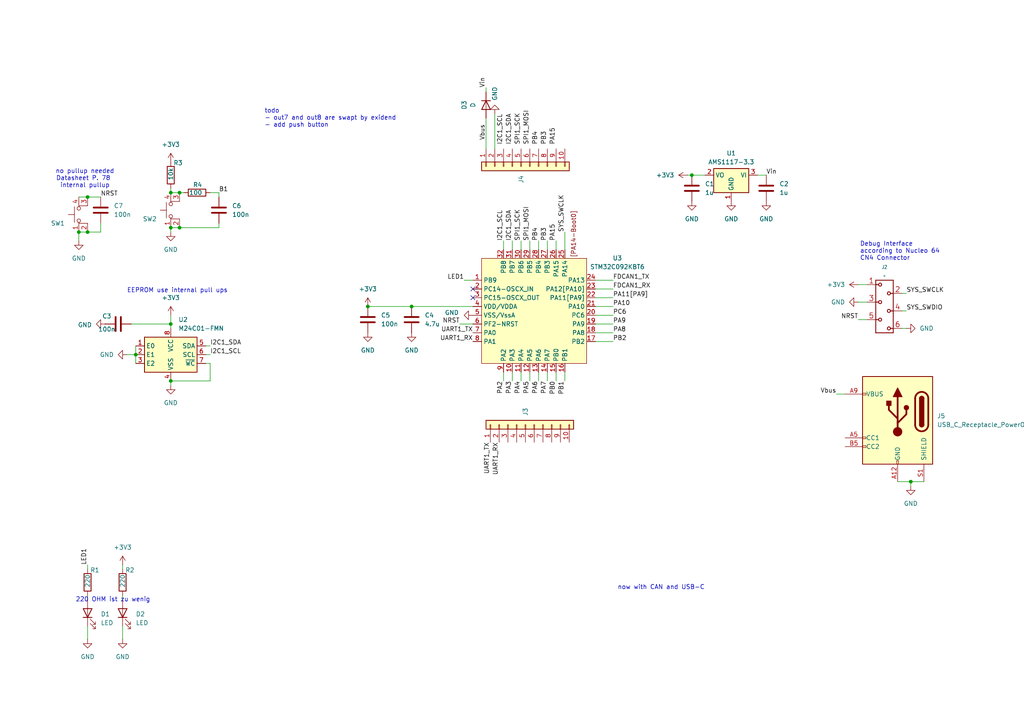
<source format=kicad_sch>
(kicad_sch (version 20250114) (generator "eeschema") (generator_version "9.0")
  (paper "A4")
  (title_block (title "LimbusZero") (date "2025-06-02") (rev "v.0.2") (company "Lukas Bartels"))
  (lib_symbols
    (symbol "Connector:USB_C_Receptacle_PowerOnly_6P" (pin_names (offset 1.016))
      (property "Reference" "J" (at 0 16.51 0))
      (property "Value" "USB_C_Receptacle_PowerOnly_6P" (at 0 13.97 0))
      (symbol "USB_C_Receptacle_PowerOnly_6P_0_0"
        (rectangle (start -0.254 -12.7) (end 0.254 -11.684))
        (rectangle (start 10.16 7.874) (end 9.144 7.366))
        (rectangle (start 10.16 -4.826) (end 9.144 -5.334))
        (rectangle (start 10.16 -7.366) (end 9.144 -7.874))
      )
      (symbol "USB_C_Receptacle_PowerOnly_6P_0_1"
        (rectangle (start -10.16 12.7) (end 10.16 -12.7) (stroke (width 0.254)) (fill (type background)))
        (polyline (pts (xy -8.89 -1.27) (xy -8.89 6.35)) (stroke (width 0.508)))
        (rectangle (start -7.62 -1.27) (end -6.35 6.35) (stroke (width 0.254)) (fill (type outline)))
        (arc (start -7.62 6.35) (mid -6.985 6.9823) (end -6.35 6.35) (stroke (width 0.254)))
        (arc (start -7.62 6.35) (mid -6.985 6.9823) (end -6.35 6.35) (stroke (width 0.254)) (fill (type outline)))
        (arc (start -8.89 6.35) (mid -6.985 8.2467) (end -5.08 6.35) (stroke (width 0.508)))
        (arc (start -5.08 -1.27) (mid -6.985 -3.1667) (end -8.89 -1.27) (stroke (width 0.508)))
        (arc (start -6.35 -1.27) (mid -6.985 -1.9023) (end -7.62 -1.27) (stroke (width 0.254)))
        (arc (start -6.35 -1.27) (mid -6.985 -1.9023) (end -7.62 -1.27) (stroke (width 0.254)) (fill (type outline)))
        (polyline (pts (xy -5.08 6.35) (xy -5.08 -1.27)) (stroke (width 0.508)))
        (circle (center -2.54 3.683) (radius 0.635) (stroke (width 0.254)) (fill (type outline)))
        (polyline (pts (xy -1.27 6.858) (xy 0 9.398) (xy 1.27 6.858) (xy -1.27 6.858)) (stroke (width 0.254)) (fill (type outline)))
        (polyline (pts (xy 0 0.508) (xy 2.54 3.048) (xy 2.54 4.318)) (stroke (width 0.508)))
        (polyline (pts (xy 0 -0.762) (xy -2.54 1.778) (xy -2.54 3.048)) (stroke (width 0.508)))
        (polyline (pts (xy 0 -3.302) (xy 0 6.858)) (stroke (width 0.508)))
        (circle (center 0 -3.302) (radius 1.27) (fill (type outline)))
        (rectangle (start 1.905 4.318) (end 3.175 5.588) (stroke (width 0.254)) (fill (type outline)))
      )
      (symbol "USB_C_Receptacle_PowerOnly_6P_1_1"
        (pin passive line (at -7.62 -17.78 90) (length 5.08) (name "SHIELD") (number "S1"))
        (pin passive line (at 0 -17.78 90) (length 5.08) (name "GND") (number "A12"))
        (pin passive line (at 0 -17.78 90) (length 5.08) (hide yes) (name "GND") (number "B12"))
        (pin passive line (at 15.24 7.62 180) (length 5.08) (name "VBUS") (number "A9"))
        (pin passive line (at 15.24 7.62 180) (length 5.08) (hide yes) (name "VBUS") (number "B9"))
        (pin bidirectional line (at 15.24 -5.08 180) (length 5.08) (name "CC1") (number "A5"))
        (pin bidirectional line (at 15.24 -7.62 180) (length 5.08) (name "CC2") (number "B5"))
      )
    )
    (symbol "Connector_Generic:Conn_01x10" (pin_names (offset 1.016) (hide yes))
      (property "Reference" "J" (at 0 12.7 0))
      (property "Value" "Conn_01x10" (at 0 -15.24 0))
      (symbol "Conn_01x10_1_1"
        (rectangle (start -1.27 11.43) (end 1.27 -13.97) (stroke (width 0.254)) (fill (type background)))
        (rectangle (start -1.27 10.287) (end 0 10.033) (stroke (width 0.1524)))
        (rectangle (start -1.27 7.747) (end 0 7.493) (stroke (width 0.1524)))
        (rectangle (start -1.27 5.207) (end 0 4.953) (stroke (width 0.1524)))
        (rectangle (start -1.27 2.667) (end 0 2.413) (stroke (width 0.1524)))
        (rectangle (start -1.27 0.127) (end 0 -0.127) (stroke (width 0.1524)))
        (rectangle (start -1.27 -2.413) (end 0 -2.667) (stroke (width 0.1524)))
        (rectangle (start -1.27 -4.953) (end 0 -5.207) (stroke (width 0.1524)))
        (rectangle (start -1.27 -7.493) (end 0 -7.747) (stroke (width 0.1524)))
        (rectangle (start -1.27 -10.033) (end 0 -10.287) (stroke (width 0.1524)))
        (rectangle (start -1.27 -12.573) (end 0 -12.827) (stroke (width 0.1524)))
        (pin passive line (at -5.08 10.16 0) (length 3.81) (name "Pin_1") (number "1"))
        (pin passive line (at -5.08 7.62 0) (length 3.81) (name "Pin_2") (number "2"))
        (pin passive line (at -5.08 5.08 0) (length 3.81) (name "Pin_3") (number "3"))
        (pin passive line (at -5.08 2.54 0) (length 3.81) (name "Pin_4") (number "4"))
        (pin passive line (at -5.08 0 0) (length 3.81) (name "Pin_5") (number "5"))
        (pin passive line (at -5.08 -2.54 0) (length 3.81) (name "Pin_6") (number "6"))
        (pin passive line (at -5.08 -5.08 0) (length 3.81) (name "Pin_7") (number "7"))
        (pin passive line (at -5.08 -7.62 0) (length 3.81) (name "Pin_8") (number "8"))
        (pin passive line (at -5.08 -10.16 0) (length 3.81) (name "Pin_9") (number "9"))
        (pin passive line (at -5.08 -12.7 0) (length 3.81) (name "Pin_10") (number "10"))
      )
    )
    (symbol "Device:C" (pin_numbers (hide yes)) (pin_names (offset 0.254))
      (property "Reference" "C" (at 0.635 2.54 0))
      (property "Value" "C" (at 0.635 -2.54 0))
      (symbol "C_0_1"
        (polyline (pts (xy -2.032 0.762) (xy 2.032 0.762)) (stroke (width 0.508)))
        (polyline (pts (xy -2.032 -0.762) (xy 2.032 -0.762)) (stroke (width 0.508)))
      )
      (symbol "C_1_1"
        (pin passive line (at 0 3.81 270) (length 2.794) (name "~") (number "1"))
        (pin passive line (at 0 -3.81 90) (length 2.794) (name "~") (number "2"))
      )
    )
    (symbol "Device:D" (pin_numbers (hide yes)) (pin_names (offset 1.016) (hide yes))
      (property "Reference" "D" (at 0 2.54 0))
      (property "Value" "D" (at 0 -2.54 0))
      (symbol "D_0_1"
        (polyline (pts (xy -1.27 1.27) (xy -1.27 -1.27)) (stroke (width 0.254)))
        (polyline (pts (xy 1.27 1.27) (xy 1.27 -1.27) (xy -1.27 0) (xy 1.27 1.27)) (stroke (width 0.254)))
        (polyline (pts (xy 1.27 0) (xy -1.27 0)))
      )
      (symbol "D_1_1"
        (pin passive line (at -3.81 0 0) (length 2.54) (name "K") (number "1"))
        (pin passive line (at 3.81 0 180) (length 2.54) (name "A") (number "2"))
      )
    )
    (symbol "Device:LED" (pin_numbers (hide yes)) (pin_names (offset 1.016) (hide yes))
      (property "Reference" "D" (at 0 2.54 0))
      (property "Value" "LED" (at 0 -2.54 0))
      (symbol "LED_0_1"
        (polyline (pts (xy -3.048 -0.762) (xy -4.572 -2.286) (xy -3.81 -2.286) (xy -4.572 -2.286) (xy -4.572 -1.524)))
        (polyline (pts (xy -1.778 -0.762) (xy -3.302 -2.286) (xy -2.54 -2.286) (xy -3.302 -2.286) (xy -3.302 -1.524)))
        (polyline (pts (xy -1.27 0) (xy 1.27 0)))
        (polyline (pts (xy -1.27 -1.27) (xy -1.27 1.27)) (stroke (width 0.254)))
        (polyline (pts (xy 1.27 -1.27) (xy 1.27 1.27) (xy -1.27 0) (xy 1.27 -1.27)) (stroke (width 0.254)))
      )
      (symbol "LED_1_1"
        (pin passive line (at -3.81 0 0) (length 2.54) (name "K") (number "1"))
        (pin passive line (at 3.81 0 180) (length 2.54) (name "A") (number "2"))
      )
    )
    (symbol "Device:R" (pin_numbers (hide yes)) (pin_names (offset 0))
      (property "Reference" "R" (at 2.032 0 90))
      (property "Value" "R" (at 0 0 90))
      (symbol "R_0_1"
        (rectangle (start -1.016 -2.54) (end 1.016 2.54) (stroke (width 0.254)))
      )
      (symbol "R_1_1"
        (pin passive line (at 0 3.81 270) (length 1.27) (name "~") (number "1"))
        (pin passive line (at 0 -3.81 90) (length 1.27) (name "~") (number "2"))
      )
    )
    (symbol "LWMB_footprints:STM32C092KBT6"
      (property "Reference" "U" (at -7.62 6.604 0))
      (property "Value" "STM32C092KBT6" (at -1.27 8.636 0))
      (symbol "STM32C092KBT6_1_1"
        (rectangle (start 2.54 6.35) (end 33.02 -24.13) (fill (type background)))
        (text "[PA14-Boot0]" (at 29.21 13.462 900) (effects (font (size 1.27 1.27))))
        (pin bidirectional line (at 0 0 0) (length 2.54) (name "PB9") (number "1"))
        (pin bidirectional line (at 0 -2.54 0) (length 2.54) (name "PC14-OSCX_IN") (number "2"))
        (pin bidirectional line (at 0 -5.08 0) (length 2.54) (name "PC15-OSCX_OUT") (number "3"))
        (pin power_in line (at 0 -7.62 0) (length 2.54) (name "VDD/VDDA") (number "4"))
        (pin power_in line (at 0 -10.16 0) (length 2.54) (name "VSS/VssA") (number "5"))
        (pin bidirectional line (at 0 -12.7 0) (length 2.54) (name "PF2-NRST") (number "6"))
        (pin bidirectional line (at 0 -15.24 0) (length 2.54) (name "PA0") (number "7"))
        (pin bidirectional line (at 0 -17.78 0) (length 2.54) (name "PA1") (number "8"))
        (pin bidirectional line (at 8.89 8.89 270) (length 2.54) (name "PB8") (number "32"))
        (pin bidirectional line (at 8.89 -26.67 90) (length 2.54) (name "PA2") (number "9"))
        (pin bidirectional line (at 11.43 8.89 270) (length 2.54) (name "PB7") (number "31"))
        (pin bidirectional line (at 11.43 -26.67 90) (length 2.54) (name "PA3") (number "10"))
        (pin bidirectional line (at 13.97 8.89 270) (length 2.54) (name "PB6") (number "30"))
        (pin bidirectional line (at 13.97 -26.67 90) (length 2.54) (name "PA4") (number "11"))
        (pin bidirectional line (at 16.51 8.89 270) (length 2.54) (name "PB5") (number "29"))
        (pin bidirectional line (at 16.51 -26.67 90) (length 2.54) (name "PA5") (number "12"))
        (pin bidirectional line (at 19.05 8.89 270) (length 2.54) (name "PB4") (number "28"))
        (pin bidirectional line (at 19.05 -26.67 90) (length 2.54) (name "PA6") (number "13"))
        (pin bidirectional line (at 21.59 8.89 270) (length 2.54) (name "PB3") (number "27"))
        (pin bidirectional line (at 21.59 -26.67 90) (length 2.54) (name "PA7") (number "14"))
        (pin bidirectional line (at 24.13 8.89 270) (length 2.54) (name "PA15") (number "26"))
        (pin bidirectional line (at 24.13 -26.67 90) (length 2.54) (name "PB0") (number "15"))
        (pin bidirectional line (at 26.67 8.89 270) (length 2.54) (name "PA14") (number "25"))
        (pin bidirectional line (at 26.67 -26.67 90) (length 2.54) (name "PB1") (number "16"))
        (pin bidirectional line (at 35.56 0 180) (length 2.54) (name "PA13") (number "24"))
        (pin bidirectional line (at 35.56 -2.54 180) (length 2.54) (name "PA12[PA10]") (number "23"))
        (pin bidirectional line (at 35.56 -5.08 180) (length 2.54) (name "PA11[PA9]") (number "22"))
        (pin bidirectional line (at 35.56 -7.62 180) (length 2.54) (name "PA10") (number "21"))
        (pin bidirectional line (at 35.56 -10.16 180) (length 2.54) (name "PC6") (number "20"))
        (pin bidirectional line (at 35.56 -12.7 180) (length 2.54) (name "PA9") (number "19"))
        (pin bidirectional line (at 35.56 -15.24 180) (length 2.54) (name "PA8") (number "18"))
        (pin bidirectional line (at 35.56 -17.78 180) (length 2.54) (name "PB2") (number "17"))
      )
    )
    (symbol "Memory_EEPROM:M24C01-FMN"
      (property "Reference" "U" (at -6.35 6.35 0))
      (property "Value" "M24C01-FMN" (at 7.62 6.35 0))
      (symbol "M24C01-FMN_0_1"
        (rectangle (start -7.62 5.08) (end 7.62 -5.08) (stroke (width 0.254)) (fill (type background)))
      )
      (symbol "M24C01-FMN_1_1"
        (pin input line (at -10.16 2.54 0) (length 2.54) (name "E0") (number "1"))
        (pin input line (at -10.16 0 0) (length 2.54) (name "E1") (number "2"))
        (pin input line (at -10.16 -2.54 0) (length 2.54) (name "E2") (number "3"))
        (pin power_in line (at 0 7.62 270) (length 2.54) (name "VCC") (number "8"))
        (pin power_in line (at 0 -7.62 90) (length 2.54) (name "VSS") (number "4"))
        (pin bidirectional line (at 10.16 2.54 180) (length 2.54) (name "SDA") (number "5"))
        (pin input line (at 10.16 0 180) (length 2.54) (name "SCL") (number "6"))
        (pin input line (at 10.16 -2.54 180) (length 2.54) (name "~{WC}") (number "7"))
      )
    )
    (symbol "Regulator_Linear:AMS1117-3.3"
      (property "Reference" "U" (at -3.81 3.175 0))
      (property "Value" "AMS1117-3.3" (at 0 3.175 0))
      (symbol "AMS1117-3.3_0_1"
        (rectangle (start -5.08 -5.08) (end 5.08 1.905) (stroke (width 0.254)) (fill (type background)))
      )
      (symbol "AMS1117-3.3_1_1"
        (pin power_in line (at -7.62 0 0) (length 2.54) (name "VI") (number "3"))
        (pin power_in line (at 0 -7.62 90) (length 2.54) (name "GND") (number "1"))
        (pin power_out line (at 7.62 0 180) (length 2.54) (name "VO") (number "2"))
      )
    )
    (symbol "Switch:SW_MEC_5E" (pin_names (offset 1.016) (hide yes))
      (property "Reference" "SW" (at 0.635 5.715 0))
      (property "Value" "SW_MEC_5E" (at 0 -3.175 0))
      (symbol "SW_MEC_5E_0_1"
        (polyline (pts (xy -2.54 0) (xy -2.54 2.54) (xy -2.286 2.54)))
        (polyline (pts (xy -2.286 3.81) (xy 2.286 3.81)))
        (circle (center -1.778 2.54) (radius 0.508))
        (polyline (pts (xy 0 3.81) (xy 0 5.588)))
        (circle (center 1.778 2.54) (radius 0.508))
        (polyline (pts (xy 2.54 0) (xy 2.54 2.54) (xy 2.286 2.54)))
        (pin passive line (at -5.08 2.54 0) (length 2.54) (name "1") (number "1"))
        (pin passive line (at -5.08 0 0) (length 2.54) (name "2") (number "2"))
        (pin passive line (at 5.08 2.54 180) (length 2.54) (name "A") (number "4"))
        (pin passive line (at 5.08 0 180) (length 2.54) (name "K") (number "3"))
      )
    )
    (symbol "WE-SKEDD_WR-WST(rev19b):490107670612_DEBUGGING"
      (property "Reference" "J" (at 7.31 0.85 0))
      (symbol "490107670612_DEBUGGING_1_0"
        (polyline (pts (xy -8.89 2.54) (xy -8.89 -2.54)) (stroke (width 0.254)))
        (polyline (pts (xy -8.89 -2.54) (xy 2.54 -2.54)) (stroke (width 0.254)))
        (circle (center -7.62 -1.27) (radius 0.4445) (stroke (width 0.254)))
        (polyline (pts (xy -7.62 -1.705) (xy -7.62 -2.54)) (stroke (width 0.254)))
        (polyline (pts (xy -5.08 1.705) (xy -5.08 2.54)) (stroke (width 0.254)))
        (circle (center -5.08 1.27) (radius 0.4445) (stroke (width 0.254)))
        (circle (center -2.54 -1.27) (radius 0.4445) (stroke (width 0.254)))
        (polyline (pts (xy -2.54 -1.705) (xy -2.54 -2.54)) (stroke (width 0.254)))
        (polyline (pts (xy 0 1.705) (xy 0 2.54)) (stroke (width 0.254)))
        (circle (center 0 1.27) (radius 0.4445) (stroke (width 0.254)))
        (circle (center 2.54 -1.27) (radius 0.4445) (stroke (width 0.254)))
        (polyline (pts (xy 2.54 -1.705) (xy 2.54 -2.54)) (stroke (width 0.254)))
        (polyline (pts (xy 2.54 -2.54) (xy 6.35 -2.54)) (stroke (width 0.254)))
        (polyline (pts (xy 5.08 2.54) (xy -8.89 2.54)) (stroke (width 0.254)))
        (polyline (pts (xy 5.08 1.705) (xy 5.08 2.54)) (stroke (width 0.254)))
        (circle (center 5.08 1.27) (radius 0.4445) (stroke (width 0.254)))
        (polyline (pts (xy 6.35 2.54) (xy 5.08 2.54)) (stroke (width 0.254)))
        (polyline (pts (xy 6.35 -2.54) (xy 6.35 2.54)) (stroke (width 0.254)))
        (pin passive line (at -7.62 -5.08 90) (length 2.54) (name "6") (number "6"))
        (pin passive line (at -5.08 5.08 270) (length 2.54) (name "5") (number "5"))
        (pin passive line (at -2.54 -5.08 90) (length 2.54) (name "4") (number "4"))
        (pin passive line (at 0 5.08 270) (length 2.54) (name "3") (number "3"))
        (pin passive line (at 2.54 -5.08 90) (length 2.54) (name "2") (number "2"))
        (pin passive line (at 5.08 5.08 270) (length 2.54) (name "1") (number "1"))
      )
    )
    (symbol "power:+3V3" (power) (pin_numbers (hide yes)) (pin_names (offset 0) (hide yes))
      (property "Value" "+3V3" (at 0 3.556 0))
      (symbol "+3V3_0_1"
        (polyline (pts (xy -0.762 1.27) (xy 0 2.54)))
        (polyline (pts (xy 0 2.54) (xy 0.762 1.27)))
        (polyline (pts (xy 0 0) (xy 0 2.54)))
      )
      (symbol "+3V3_1_1"
        (pin power_in line (at 0 0 90) (length 0) (name "~") (number "1"))
      )
    )
    (symbol "power:GND" (power) (pin_numbers (hide yes)) (pin_names (offset 0) (hide yes))
      (property "Value" "GND" (at 0 -3.81 0))
      (symbol "GND_0_1"
        (polyline (pts (xy 0 0) (xy 0 -1.27) (xy 1.27 -1.27) (xy 0 -2.54) (xy -1.27 -1.27) (xy 0 -1.27)))
      )
      (symbol "GND_1_1"
        (pin power_in line (at 0 0 270) (length 0) (name "~") (number "1"))
      )
    )
  )
  (text "no pullup needed\nDatasheet P. 78 \ninternal pullup" (at 24.638 51.816 0) (effects (font (size 1.27 1.27))))
  (text "now with CAN and USB-C" (at 191.77 170.434 0) (effects (font (size 1.27 1.27))))
  (text "EEPROM use internal pull ups" (at 36.83 84.328 0) (effects (font (size 1.27 1.27)) (justify left)))
  (text "220 OHM ist zu wenig" (at 32.766 173.99 0) (effects (font (size 1.27 1.27))))
  (text "Debug Interface\naccording to Nucleo 64\nCN4 Connector" (at 249.428 72.898 0) (effects (font (size 1.27 1.27)) (justify left)))
  (text "todo\n- out7 and out8 are swapt by exidend\n- add push button" (at 76.708 34.29 0) (effects (font (size 1.27 1.27)) (justify left)))
  (junction (at 49.53 66.04))
  (junction (at 49.53 55.88))
  (junction (at 25.4 67.31))
  (junction (at 200.66 50.8))
  (junction (at 106.68 88.9))
  (junction (at 39.37 102.87))
  (junction (at 119.38 88.9))
  (junction (at 264.16 139.7))
  (junction (at 49.53 93.98))
  (junction (at 49.53 110.49))
  (junction (at 52.07 66.04))
  (junction (at 52.07 55.88))
  (junction (at 25.4 57.15))
  (junction (at 22.86 67.31))
  (no_connect (at 137.16 86.36))
  (no_connect (at 137.16 83.82))
  (wire (pts (xy 248.92 92.71) (xy 251.46 92.71)))
  (wire (pts (xy 177.8 93.98) (xy 172.72 93.98)))
  (wire (pts (xy 49.53 55.88) (xy 52.07 55.88)))
  (wire (pts (xy 262.89 85.09) (xy 261.62 85.09)))
  (wire (pts (xy 63.5 55.88) (xy 60.96 55.88)))
  (wire (pts (xy 148.59 110.49) (xy 148.59 107.95)))
  (wire (pts (xy 49.53 54.61) (xy 49.53 55.88)))
  (wire (pts (xy 260.35 139.7) (xy 264.16 139.7)))
  (wire (pts (xy 161.29 69.85) (xy 161.29 72.39)))
  (wire (pts (xy 151.13 110.49) (xy 151.13 107.95)))
  (wire (pts (xy 156.21 69.85) (xy 156.21 72.39)))
  (wire (pts (xy 49.53 66.04) (xy 52.07 66.04)))
  (wire (pts (xy 60.96 105.41) (xy 59.69 105.41)))
  (wire (pts (xy 264.16 139.7) (xy 264.16 140.97)))
  (wire (pts (xy 25.4 172.72) (xy 25.4 173.99)))
  (wire (pts (xy 219.71 50.8) (xy 222.25 50.8)))
  (wire (pts (xy 177.8 96.52) (xy 172.72 96.52)))
  (wire (pts (xy 200.66 50.8) (xy 204.47 50.8)))
  (wire (pts (xy 262.89 95.25) (xy 261.62 95.25)))
  (wire (pts (xy 140.97 25.4) (xy 140.97 26.67)))
  (wire (pts (xy 158.75 69.85) (xy 158.75 72.39)))
  (wire (pts (xy 134.62 81.28) (xy 137.16 81.28)))
  (wire (pts (xy 39.37 100.33) (xy 39.37 102.87)))
  (wire (pts (xy 156.21 110.49) (xy 156.21 107.95)))
  (wire (pts (xy 140.97 43.18) (xy 140.97 34.29)))
  (wire (pts (xy 177.8 83.82) (xy 172.72 83.82)))
  (wire (pts (xy 35.56 163.83) (xy 35.56 165.1)))
  (wire (pts (xy 199.39 50.8) (xy 200.66 50.8)))
  (wire (pts (xy 60.96 110.49) (xy 49.53 110.49)))
  (wire (pts (xy 49.53 93.98) (xy 49.53 95.25)))
  (wire (pts (xy 60.96 105.41) (xy 60.96 110.49)))
  (wire (pts (xy 177.8 91.44) (xy 172.72 91.44)))
  (wire (pts (xy 151.13 69.85) (xy 151.13 72.39)))
  (wire (pts (xy 153.67 69.85) (xy 153.67 72.39)))
  (wire (pts (xy 161.29 110.49) (xy 161.29 107.95)))
  (wire (pts (xy 248.92 87.63) (xy 251.46 87.63)))
  (wire (pts (xy 25.4 57.15) (xy 29.21 57.15)))
  (wire (pts (xy 242.57 114.3) (xy 245.11 114.3)))
  (wire (pts (xy 22.86 57.15) (xy 25.4 57.15)))
  (wire (pts (xy 35.56 172.72) (xy 35.56 173.99)))
  (wire (pts (xy 35.56 181.61) (xy 35.56 185.42)))
  (wire (pts (xy 60.96 100.33) (xy 59.69 100.33)))
  (wire (pts (xy 119.38 88.9) (xy 137.16 88.9)))
  (wire (pts (xy 163.83 67.31) (xy 163.83 72.39)))
  (wire (pts (xy 133.35 93.98) (xy 137.16 93.98)))
  (wire (pts (xy 163.83 110.49) (xy 163.83 107.95)))
  (wire (pts (xy 248.92 82.55) (xy 251.46 82.55)))
  (wire (pts (xy 146.05 69.85) (xy 146.05 72.39)))
  (wire (pts (xy 38.1 93.98) (xy 49.53 93.98)))
  (wire (pts (xy 153.67 110.49) (xy 153.67 107.95)))
  (wire (pts (xy 158.75 110.49) (xy 158.75 107.95)))
  (wire (pts (xy 262.89 90.17) (xy 261.62 90.17)))
  (wire (pts (xy 49.53 111.76) (xy 49.53 110.49)))
  (wire (pts (xy 52.07 66.04) (xy 63.5 66.04)))
  (wire (pts (xy 177.8 99.06) (xy 172.72 99.06)))
  (wire (pts (xy 106.68 88.9) (xy 119.38 88.9)))
  (wire (pts (xy 60.96 102.87) (xy 59.69 102.87)))
  (wire (pts (xy 146.05 110.49) (xy 146.05 107.95)))
  (wire (pts (xy 22.86 67.31) (xy 25.4 67.31)))
  (wire (pts (xy 25.4 67.31) (xy 29.21 67.31)))
  (wire (pts (xy 63.5 66.04) (xy 63.5 64.77)))
  (wire (pts (xy 29.21 67.31) (xy 29.21 64.77)))
  (wire (pts (xy 25.4 163.83) (xy 25.4 165.1)))
  (wire (pts (xy 25.4 181.61) (xy 25.4 185.42)))
  (wire (pts (xy 53.34 55.88) (xy 52.07 55.88)))
  (wire (pts (xy 63.5 57.15) (xy 63.5 55.88)))
  (wire (pts (xy 177.8 86.36) (xy 172.72 86.36)))
  (wire (pts (xy 49.53 91.44) (xy 49.53 93.98)))
  (wire (pts (xy 143.51 43.18) (xy 143.51 33.02)))
  (wire (pts (xy 148.59 69.85) (xy 148.59 72.39)))
  (wire (pts (xy 177.8 88.9) (xy 172.72 88.9)))
  (wire (pts (xy 22.86 67.31) (xy 22.86 69.85)))
  (wire (pts (xy 264.16 139.7) (xy 267.97 139.7)))
  (wire (pts (xy 49.53 67.31) (xy 49.53 66.04)))
  (wire (pts (xy 36.83 102.87) (xy 39.37 102.87)))
  (wire (pts (xy 177.8 81.28) (xy 172.72 81.28)))
  (wire (pts (xy 39.37 102.87) (xy 39.37 105.41)))
  (label "PA8" (at 177.8 96.52 0))
  (label "FDCAN1_RX" (at 177.8 83.82 0))
  (label "PA6" (at 156.21 110.49 270))
  (label "PB4" (at 156.21 41.91 90))
  (label "PB3" (at 158.75 41.91 90))
  (label "Vbus" (at 140.97 40.64 90))
  (label "I2C1_SCL" (at 60.96 102.87 0))
  (label "PA11[PA9]" (at 177.8 86.36 0))
  (label "PA15" (at 161.29 69.85 90))
  (label "I2C1_SCL" (at 146.05 41.91 90))
  (label "NRST" (at 133.35 93.98 180))
  (label "LED1" (at 25.4 163.83 90))
  (label "SPI1_MOSI" (at 153.67 69.85 90))
  (label "PA4" (at 151.13 110.49 270))
  (label "UART1_RX" (at 137.16 99.06 180))
  (label "I2C1_SDA" (at 60.96 100.33 0))
  (label "NRST" (at 248.92 92.71 180))
  (label "I2C1_SDA" (at 148.59 41.91 90))
  (label "SPI1_SCK" (at 151.13 41.91 90))
  (label "PA3" (at 148.59 110.49 270))
  (label "SPI1_MOSI" (at 153.67 41.91 90))
  (label "B1" (at 63.5 55.88 0))
  (label "I2C1_SDA" (at 148.59 69.85 90))
  (label "PB2" (at 177.8 99.06 0))
  (label "PB3" (at 158.75 69.85 90))
  (label "Vin" (at 140.97 25.4 90))
  (label "PA5" (at 153.67 110.49 270))
  (label "SYS_SWCLK" (at 262.89 85.09 0))
  (label "PA2" (at 146.05 110.49 270))
  (label "LED1" (at 134.62 81.28 180))
  (label "NRST" (at 29.21 57.15 0))
  (label "SYS_SWCLK" (at 163.83 67.31 90))
  (label "PA15" (at 161.29 41.91 90))
  (label "FDCAN1_TX" (at 177.8 81.28 0))
  (label "PB0" (at 161.29 110.49 270))
  (label "UART1_TX" (at 137.16 96.52 180))
  (label "PA7" (at 158.75 110.49 270))
  (label "PB4" (at 156.21 69.85 90))
  (label "PA9" (at 177.8 93.98 0))
  (label "PB1" (at 163.83 110.49 270))
  (label "Vbus" (at 242.57 114.3 180))
  (label "Vin" (at 222.25 50.8 0))
  (label "PA10" (at 177.8 88.9 0))
  (label "I2C1_SCL" (at 146.05 69.85 90))
  (label "SYS_SWDIO" (at 262.89 90.17 0))
  (label "SPI1_SCK" (at 151.13 69.85 90))
  (label "UART1_RX" (at 144.78 128.27 270))
  (label "PC6" (at 177.8 91.44 0))
  (label "UART1_TX" (at 142.24 128.27 270))
  (symbol (lib_id "Memory_EEPROM:M24C01-FMN") (at 49.53 102.87 0) (unit 1)
    (property "Reference" "U2" (at 51.7241 92.71 0) (effects (justify left)))
    (property "Value" "M24C01-FMN" (at 51.7241 95.25 0) (effects (justify left)))
    (property "Footprint" "Package_SO:SOIC-8_3.9x4.9mm_P1.27mm" (effects (hide yes)))
    (property "Datasheet" "http://www.st.com/content/ccc/resource/technical/document/datasheet/b0/d8/50/40/5a/85/49/6f/DM00071904.pdf/files/DM00071904.pdf/jcr:content/translations/en.DM00071904.pdf" (effects (hide yes)))
    (property "Description" "1Kb (128x8) I2C Serial EEPROM, 1.6-5.5V, SOIC-8" (effects (hide yes)))
  )
  (symbol (lib_id "power:GND") (at 212.09 58.42 0) (unit 1)
    (property "Reference" "#PWR06" (effects (hide yes)))
    (property "Value" "GND" (at 212.09 63.5 0))
    (property "Description" "Power symbol creates a global label with name \"GND\" , ground" (effects (hide yes)))
  )
  (symbol (lib_id "LWMB_footprints:STM32C092KBT6") (at 137.16 81.28 0) (unit 1)
    (property "Reference" "U3" (at 179.07 74.8598 0))
    (property "Value" "STM32C092KBT6" (at 179.07 77.3998 0))
    (property "Footprint" "Package_QFP:LQFP-32_7x7mm_P0.8mm" (effects (hide yes)))
    (property "Description" "STM32 ARM Cortex-M0 Microcontroller, 32KB flash, 12KB RAM, 48MHz, 2.0-3.6V, LQFP32" (effects (hide yes)))
  )
  (symbol (lib_id "power:GND") (at 25.4 185.42 0) (unit 1)
    (property "Reference" "#PWR012" (effects (hide yes)))
    (property "Value" "GND" (at 25.4 190.5 0))
    (property "Description" "Power symbol creates a global label with name \"GND\" , ground" (effects (hide yes)))
  )
  (symbol (lib_id "power:GND") (at 200.66 58.42 0) (unit 1)
    (property "Reference" "#PWR05" (effects (hide yes)))
    (property "Value" "GND" (at 200.66 63.5 0))
    (property "Description" "Power symbol creates a global label with name \"GND\" , ground" (effects (hide yes)))
  )
  (symbol (lib_id "power:+3V3") (at 106.68 88.9 0) (unit 1)
    (property "Reference" "#PWR017" (effects (hide yes)))
    (property "Value" "+3V3" (at 106.68 83.82 0))
    (property "Description" "Power symbol creates a global label with name \"+3V3\"" (effects (hide yes)))
  )
  (symbol (lib_id "power:GND") (at 248.92 87.63 270) (unit 1)
    (property "Reference" "#PWR02" (effects (hide yes)))
    (property "Value" "GND" (at 245.11 87.6299 90) (effects (justify right)))
    (property "Description" "Power symbol creates a global label with name \"GND\" , ground" (effects (hide yes)))
  )
  (symbol (lib_id "Device:C") (at 106.68 92.71 0) (unit 1)
    (property "Reference" "C5" (at 110.49 91.4399 0) (effects (justify left)))
    (property "Value" "100n" (at 110.49 93.9799 0) (effects (justify left)))
    (property "Footprint" "Capacitor_SMD:C_1206_3216Metric" (effects (hide yes)))
    (property "Description" "Unpolarized capacitor" (effects (hide yes)))
  )
  (symbol (lib_id "Device:R") (at 35.56 168.91 180) (unit 1)
    (property "Reference" "R2" (at 36.322 165.354 0) (effects (justify right)))
    (property "Value" "220" (at 35.56 170.434 90) (effects (justify right)))
    (property "Footprint" "Resistor_SMD:R_1206_3216Metric" (effects (hide yes)))
    (property "Description" "Resistor" (effects (hide yes)))
  )
  (symbol (lib_id "power:GND") (at 119.38 96.52 0) (unit 1)
    (property "Reference" "#PWR015" (effects (hide yes)))
    (property "Value" "GND" (at 119.38 101.6 0))
    (property "Description" "Power symbol creates a global label with name \"GND\" , ground" (effects (hide yes)))
  )
  (symbol (lib_id "Switch:SW_MEC_5E") (at 25.4 62.23 90) (unit 1)
    (property "Reference" "SW1" (at 14.732 64.77 90) (effects (justify right)))
    (property "Value" "SW_MEC_5E" (effects (hide yes)))
    (property "Footprint" "LMWB_footprints:430181038816" (effects (hide yes)))
    (property "Datasheet" "http://www.apem.com/int/index.php?controller=attachment&id_attachment=1371" (effects (hide yes)))
    (property "Description" "MEC 5E single pole normally-open tactile switch" (effects (hide yes)))
  )
  (symbol (lib_id "power:GND") (at 222.25 58.42 0) (unit 1)
    (property "Reference" "#PWR07" (effects (hide yes)))
    (property "Value" "GND" (at 222.25 63.5 0))
    (property "Description" "Power symbol creates a global label with name \"GND\" , ground" (effects (hide yes)))
  )
  (symbol (lib_id "Device:R") (at 25.4 168.91 180) (unit 1)
    (property "Reference" "R1" (at 26.162 165.354 0) (effects (justify right)))
    (property "Value" "220" (at 25.4 170.434 90) (effects (justify right)))
    (property "Footprint" "Resistor_SMD:R_1206_3216Metric" (effects (hide yes)))
    (property "Description" "Resistor" (effects (hide yes)))
  )
  (symbol (lib_id "power:GND") (at 49.53 67.31 0) (unit 1)
    (property "Reference" "#PWR023" (effects (hide yes)))
    (property "Value" "GND" (at 49.53 72.39 0))
    (property "Description" "Power symbol creates a global label with name \"GND\" , ground" (effects (hide yes)))
  )
  (symbol (lib_id "Regulator_Linear:AMS1117-3.3") (at 212.09 50.8 0) (mirror y) (unit 1)
    (property "Reference" "U1" (at 212.09 44.45 0))
    (property "Value" "AMS1117-3.3" (at 212.09 46.99 0))
    (property "Footprint" "Package_TO_SOT_SMD:SOT-223-3_TabPin2" (effects (hide yes)))
    (property "Datasheet" "http://www.advanced-monolithic.com/pdf/ds1117.pdf" (effects (hide yes)))
    (property "Description" "1A Low Dropout regulator, positive, 3.3V fixed output, SOT-223" (effects (hide yes)))
  )
  (symbol (lib_id "Device:R") (at 49.53 50.8 180) (unit 1)
    (property "Reference" "R3" (at 50.292 47.244 0) (effects (justify right)))
    (property "Value" "10k" (at 49.53 52.324 90) (effects (justify right)))
    (property "Footprint" "Resistor_SMD:R_0805_2012Metric" (effects (hide yes)))
    (property "Description" "Resistor" (effects (hide yes)))
  )
  (symbol (lib_id "power:+3V3") (at 248.92 82.55 90) (unit 1)
    (property "Reference" "#PWR01" (effects (hide yes)))
    (property "Value" "+3V3" (at 245.11 82.5499 90) (effects (justify left)))
    (property "Description" "Power symbol creates a global label with name \"+3V3\"" (effects (hide yes)))
  )
  (symbol (lib_id "Device:R") (at 57.15 55.88 270) (unit 1)
    (property "Reference" "R4" (at 58.674 53.594 90) (effects (justify right)))
    (property "Value" "100" (at 58.674 55.88 90) (effects (justify right)))
    (property "Footprint" "Resistor_SMD:R_0805_2012Metric" (effects (hide yes)))
    (property "Description" "Resistor" (effects (hide yes)))
  )
  (symbol (lib_id "power:GND") (at 143.51 33.02 180) (unit 1)
    (property "Reference" "#PWR018" (effects (hide yes)))
    (property "Value" "GND" (at 143.5099 29.21 90) (effects (justify right)))
    (property "Description" "Power symbol creates a global label with name \"GND\" , ground" (effects (hide yes)))
  )
  (symbol (lib_id "Device:C") (at 222.25 54.61 0) (unit 1)
    (property "Reference" "C2" (at 226.06 53.3399 0) (effects (justify left)))
    (property "Value" "1u" (at 226.06 55.8799 0) (effects (justify left)))
    (property "Footprint" "Capacitor_SMD:C_1206_3216Metric" (effects (hide yes)))
    (property "Description" "Unpolarized capacitor" (effects (hide yes)))
  )
  (symbol (lib_id "Device:D") (at 140.97 30.48 270) (unit 1)
    (property "Reference" "D3" (at 134.62 30.48 0))
    (property "Value" "D" (at 137.16 30.48 0))
    (property "Footprint" "Diode_SMD:D_1206_3216Metric" (effects (hide yes)))
    (property "Description" "Diode" (effects (hide yes)))
    (property "Sim.Device" "D" (effects (hide yes)))
    (property "Sim.Pins" "1=K 2=A" (effects (hide yes)))
  )
  (symbol (lib_id "WE-SKEDD_WR-WST(rev19b):490107670612_DEBUGGING") (at 256.54 87.63 90) (unit 1)
    (property "Reference" "J2" (at 256.54 77.47 90) (effects (font (size 1.016 0.8636))))
    (property "Value" "~" (at 256.54 80.01 90) (effects (font (size 1.016 0.8636))))
    (property "Footprint" "Eagle_WR-WST (rev19b):490107670612_DEBUGGING" (effects (hide yes)))
    (property "Description" "WR-WST REDFIT IDC SKEDD\n\nOnly use for debugging or programming application.\nFor mechanical stressed application please use the PCB layout for permanent application\n\nPACKAGING PROPERTIES\n\nPackaging  Tube\n\nELECTRICAL PROPERTIES\n\nIR1  1 A\nRISO 1000 MΩ\nWithstanding Voltage  500 V (AC)\nContact Resistance  10 mΩ\n\nPROPERTIES\n\nInsulator Material   LCP\nInsulator Flammability Rating UL94 V-0\nInsulator Color  Black\nContact Material  CuNiSi\nContact Plating  Au (SKEDD), Sn (IDC)\nPitch  2.54 mm\nCable  AWG 28/1.27 mm ribbon cable\nOperating Temperature  -25 up to +105 °C\nCompliance  Lead free / RoHS\n\nhttps://katalog.we-online.com/media/images/v2/o104848v209%20Single_WR-WST_REDFIT.jpg\n\nDetails see: https://katalog.we-online.com/en/em/REDFIT_IDC_SKEDD https://katalog.we-online.com/en/em/REDFIT_IDC_SKEDD\n\nUpdated By Ella Wu  2019-05-21\n2019 (C) Wurth Elektronik" (effects (hide yes)))
  )
  (symbol (lib_id "Connector_Generic:Conn_01x10") (at 152.4 123.19 90) (unit 1)
    (property "Reference" "J3" (at 152.3999 120.65 0) (effects (justify left)))
    (property "Value" "Conn_01x10" (effects (hide yes)))
    (property "Footprint" "Connector_PinHeader_2.54mm:PinHeader_1x10_P2.54mm_Vertical" (effects (hide yes)))
    (property "Description" "Generic connector, single row, 01x10, script generated (kicad-library-utils/schlib/autogen/connector/)" (effects (hide yes)))
  )
  (symbol (lib_id "power:+3V3") (at 49.53 91.44 0) (unit 1)
    (property "Reference" "#PWR08" (effects (hide yes)))
    (property "Value" "+3V3" (at 49.53 86.36 0))
    (property "Description" "Power symbol creates a global label with name \"+3V3\"" (effects (hide yes)))
  )
  (symbol (lib_id "Device:C") (at 200.66 54.61 0) (unit 1)
    (property "Reference" "C1" (at 204.47 53.3399 0) (effects (justify left)))
    (property "Value" "1u" (at 204.47 55.8799 0) (effects (justify left)))
    (property "Footprint" "Capacitor_SMD:C_1206_3216Metric" (effects (hide yes)))
    (property "Description" "Unpolarized capacitor" (effects (hide yes)))
  )
  (symbol (lib_id "Device:C") (at 29.21 60.96 0) (unit 1)
    (property "Reference" "C7" (at 33.02 59.6899 0) (effects (justify left)))
    (property "Value" "100n" (at 33.02 62.2299 0) (effects (justify left)))
    (property "Footprint" "Capacitor_SMD:C_0805_2012Metric" (effects (hide yes)))
    (property "Description" "Unpolarized capacitor" (effects (hide yes)))
  )
  (symbol (lib_id "power:GND") (at 22.86 69.85 0) (unit 1)
    (property "Reference" "#PWR024" (effects (hide yes)))
    (property "Value" "GND" (at 22.86 74.93 0))
    (property "Description" "Power symbol creates a global label with name \"GND\" , ground" (effects (hide yes)))
  )
  (symbol (lib_id "Device:C") (at 119.38 92.71 0) (unit 1)
    (property "Reference" "C4" (at 123.19 91.4399 0) (effects (justify left)))
    (property "Value" "4.7u" (at 123.19 93.9799 0) (effects (justify left)))
    (property "Footprint" "Capacitor_SMD:C_1206_3216Metric" (effects (hide yes)))
    (property "Description" "Unpolarized capacitor" (effects (hide yes)))
  )
  (symbol (lib_id "power:+3V3") (at 35.56 163.83 0) (unit 1)
    (property "Reference" "#PWR011" (effects (hide yes)))
    (property "Value" "+3V3" (at 35.56 158.75 0))
    (property "Description" "Power symbol creates a global label with name \"+3V3\"" (effects (hide yes)))
  )
  (symbol (lib_id "Device:C") (at 63.5 60.96 0) (unit 1)
    (property "Reference" "C6" (at 67.31 59.6899 0) (effects (justify left)))
    (property "Value" "100n" (at 67.31 62.2299 0) (effects (justify left)))
    (property "Footprint" "Capacitor_SMD:C_0805_2012Metric" (effects (hide yes)))
    (property "Description" "Unpolarized capacitor" (effects (hide yes)))
  )
  (symbol (lib_id "Switch:SW_MEC_5E") (at 52.07 60.96 90) (unit 1)
    (property "Reference" "SW2" (at 41.402 63.5 90) (effects (justify right)))
    (property "Value" "SW_MEC_5E" (effects (hide yes)))
    (property "Footprint" "LMWB_footprints:430181038816" (effects (hide yes)))
    (property "Datasheet" "http://www.apem.com/int/index.php?controller=attachment&id_attachment=1371" (effects (hide yes)))
    (property "Description" "MEC 5E single pole normally-open tactile switch" (effects (hide yes)))
  )
  (symbol (lib_id "Device:LED") (at 25.4 177.8 90) (unit 1)
    (property "Reference" "D1" (at 29.21 178.1174 90) (effects (justify right)))
    (property "Value" "LED" (at 29.21 180.6574 90) (effects (justify right)))
    (property "Footprint" "LED_SMD:LED_1206_3216Metric" (effects (hide yes)))
    (property "Description" "Light emitting diode" (effects (hide yes)))
  )
  (symbol (lib_id "Connector_Generic:Conn_01x10") (at 151.13 48.26 90) (mirror x) (unit 1)
    (property "Reference" "J4" (at 151.1299 50.8 0) (effects (justify left)))
    (property "Value" "Conn_01x10" (effects (hide yes)))
    (property "Footprint" "Connector_PinHeader_2.54mm:PinHeader_1x10_P2.54mm_Vertical" (effects (hide yes)))
    (property "Description" "Generic connector, single row, 01x10, script generated (kicad-library-utils/schlib/autogen/connector/)" (effects (hide yes)))
  )
  (symbol (lib_id "power:GND") (at 35.56 185.42 0) (unit 1)
    (property "Reference" "#PWR013" (effects (hide yes)))
    (property "Value" "GND" (at 35.56 190.5 0))
    (property "Description" "Power symbol creates a global label with name \"GND\" , ground" (effects (hide yes)))
  )
  (symbol (lib_id "power:+3V3") (at 49.53 46.99 0) (unit 1)
    (property "Reference" "#PWR021" (effects (hide yes)))
    (property "Value" "+3V3" (at 49.53 41.91 0))
    (property "Description" "Power symbol creates a global label with name \"+3V3\"" (effects (hide yes)))
  )
  (symbol (lib_id "power:GND") (at 30.48 93.98 270) (mirror x) (unit 1)
    (property "Reference" "#PWR09" (effects (hide yes)))
    (property "Value" "GND" (at 26.67 94.234 90) (effects (justify right)))
    (property "Description" "Power symbol creates a global label with name \"GND\" , ground" (effects (hide yes)))
  )
  (symbol (lib_id "Connector:USB_C_Receptacle_PowerOnly_6P") (at 260.35 121.92 0) (mirror y) (unit 1)
    (property "Reference" "J5" (at 271.78 120.6499 0) (effects (justify right)))
    (property "Value" "USB_C_Receptacle_PowerOnly_6P" (at 271.78 123.1899 0) (effects (justify right)))
    (property "Footprint" "Connector_USB:USB_C_Receptacle_GCT_USB4125-xx-x-0190_6P_TopMnt_Horizontal" (effects (hide yes)))
    (property "Datasheet" "https://www.usb.org/sites/default/files/documents/usb_type-c.zip" (effects (hide yes)))
    (property "Description" "USB Power-Only 6P Type-C Receptacle connector" (effects (hide yes)))
  )
  (symbol (lib_id "Device:C") (at 34.29 93.98 90) (mirror x) (unit 1)
    (property "Reference" "C3" (at 30.988 91.694 90))
    (property "Value" "100n" (at 30.988 95.504 90))
    (property "Footprint" "Capacitor_SMD:C_1206_3216Metric" (effects (hide yes)))
    (property "Description" "Unpolarized capacitor" (effects (hide yes)))
  )
  (symbol (lib_id "power:GND") (at 262.89 95.25 90) (unit 1)
    (property "Reference" "#PWR03" (effects (hide yes)))
    (property "Value" "GND" (at 266.7 95.2499 90) (effects (justify right)))
    (property "Description" "Power symbol creates a global label with name \"GND\" , ground" (effects (hide yes)))
  )
  (symbol (lib_id "power:GND") (at 137.16 91.44 270) (unit 1)
    (property "Reference" "#PWR016" (effects (hide yes)))
    (property "Value" "GND" (at 133.096 90.678 90) (effects (justify right)))
    (property "Description" "Power symbol creates a global label with name \"GND\" , ground" (effects (hide yes)))
  )
  (symbol (lib_id "power:+3V3") (at 199.39 50.8 90) (unit 1)
    (property "Reference" "#PWR04" (effects (hide yes)))
    (property "Value" "+3V3" (at 195.58 50.7999 90) (effects (justify left)))
    (property "Description" "Power symbol creates a global label with name \"+3V3\"" (effects (hide yes)))
  )
  (symbol (lib_id "power:GND") (at 106.68 96.52 0) (unit 1)
    (property "Reference" "#PWR014" (effects (hide yes)))
    (property "Value" "GND" (at 106.68 101.6 0))
    (property "Description" "Power symbol creates a global label with name \"GND\" , ground" (effects (hide yes)))
  )
  (symbol (lib_id "power:GND") (at 264.16 140.97 0) (unit 1)
    (property "Reference" "#PWR019" (effects (hide yes)))
    (property "Value" "GND" (at 264.16 146.05 0))
    (property "Description" "Power symbol creates a global label with name \"GND\" , ground" (effects (hide yes)))
  )
  (symbol (lib_id "power:GND") (at 36.83 102.87 270) (unit 1)
    (property "Reference" "#PWR020" (effects (hide yes)))
    (property "Value" "GND" (at 33.02 102.8699 90) (effects (justify right)))
    (property "Description" "Power symbol creates a global label with name \"GND\" , ground" (effects (hide yes)))
  )
  (symbol (lib_id "Device:LED") (at 35.56 177.8 90) (unit 1)
    (property "Reference" "D2" (at 39.37 178.1174 90) (effects (justify right)))
    (property "Value" "LED" (at 39.37 180.6574 90) (effects (justify right)))
    (property "Footprint" "LED_SMD:LED_1206_3216Metric" (effects (hide yes)))
    (property "Description" "Light emitting diode" (effects (hide yes)))
  )
  (symbol (lib_id "power:GND") (at 49.53 111.76 0) (unit 1)
    (property "Reference" "#PWR010" (effects (hide yes)))
    (property "Value" "GND" (at 49.53 116.84 0))
    (property "Description" "Power symbol creates a global label with name \"GND\" , ground" (effects (hide yes)))
  )
)
</source>
